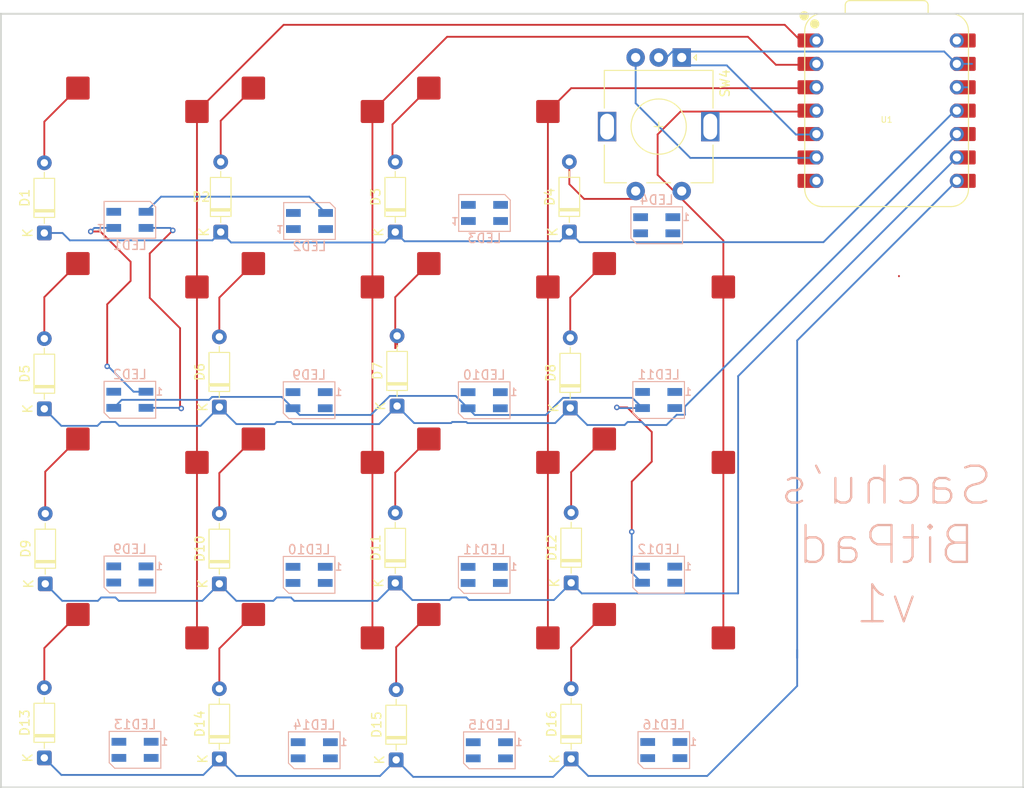
<source format=kicad_pcb>
(kicad_pcb (version 20241229) (generator "pcbnew") (generator_version "9.0")
  (layers (0 "F.Cu" signal) (2 "B.Cu" signal) (13 "F.Paste" user) (15 "B.Paste" user) (5 "F.SilkS" user "F.Silkscreen") (7 "B.SilkS" user "B.Silkscreen") (1 "F.Mask" user) (3 "B.Mask" user) (25 "Edge.Cuts" user))
  (net 0 "")
  (net 1 "+5V")
  (net 2 "Net-(D1-A)")
  (net 3 "GND")
  (net 4 "row1")
  (net 5 "Net-(D2-A)")
  (net 6 "Net-(D3-A)")
  (net 7 "Net-(D4-A)")
  (net 8 "row2")
  (net 9 "Net-(D6-A)")
  (net 10 "Net-(D7-A)")
  (net 11 "Net-(D8-A)")
  (net 12 "Net-(D9-A)")
  (net 13 "row3")
  (net 14 "Net-(D10-A)")
  (net 15 "Net-(D11-A)")
  (net 16 "row4")
  (net 17 "Net-(D13-A)")
  (net 18 "Net-(D14-A)")
  (net 19 "Net-(D15-A)")
  (net 20 "Net-(D5-A)")
  (net 21 "col1")
  (net 22 "col2")
  (net 23 "col3")
  (net 24 "Net-(D12-A)")
  (net 25 "rotaryA")
  (net 26 "rotaryB")
  (net 27 "Net-(D16-A)")
  (net 28 "col4")
  (net 29 "+3.3V")
  (net 30 "led")
  (net 31 "Net-(LED1-DIN)")
  (net 32 "Net-(LED1-DOUT)")
  (net 33 "Net-(LED2-DOUT)")
  (net 34 "Net-(LED5-DIN)")
  (net 35 "Net-(LED6-DIN)")
  (net 36 "Net-(LED7-DIN)")
  (net 37 "Net-(LED13-DOUT)")
  (net 38 "Net-(LED10-DIN)")
  (net 39 "Net-(LED10-DOUT)")
  (net 40 "Net-(LED11-DOUT)")
  (footprint "Diode_THT:D_DO-35_SOD27_P7.62mm_Horizontal" (layer "F.Cu") (at 132.8125 83.7 90)
    (property "Reference" "D3")
    (property "Value" "D")
  )
  (footprint "MX_Hotswap:MX-Hotswap-1U" (layer "F.Cu") (at 142.3 92.2)
    (property "Reference" "SW7")
    (property "Value" "MX_SWITCH")
  )
  (footprint "MX_Hotswap:MX-Hotswap-1U" (layer "F.Cu") (at 161.35 111.25)
    (property "Reference" "SW12")
    (property "Value" "MX_SWITCH")
  )
  (footprint "Diode_THT:D_DO-35_SOD27_P7.62mm_Horizontal" (layer "F.Cu") (at 151.9125 140.9 90)
    (property "Reference" "D16")
    (property "Value" "D")
  )
  (footprint "MX_Hotswap:MX-Hotswap-1U" (layer "F.Cu") (at 104.2 73.15)
    (property "Reference" "SW1")
    (property "Value" "MX_SWITCH")
  )
  (footprint "MX_Hotswap:MX-Hotswap-1U" (layer "F.Cu") (at 161.35 92.2)
    (property "Reference" "SW8")
    (property "Value" "MX_SWITCH")
  )
  (footprint "Diode_THT:D_DO-35_SOD27_P7.62mm_Horizontal" (layer "F.Cu") (at 94.7125 83.8 90)
    (property "Reference" "D1")
    (property "Value" "D")
  )
  (footprint "Diode_THT:D_DO-35_SOD27_P7.62mm_Horizontal" (layer "F.Cu") (at 113.7125 102.7 90)
    (property "Reference" "D6")
    (property "Value" "D")
  )
  (footprint "MX_Hotswap:MX-Hotswap-1U" (layer "F.Cu") (at 123.25 73.15)
    (property "Reference" "SW2")
    (property "Value" "MX_SWITCH")
  )
  (footprint "OPL:XIAO-RP2040-DIP" (layer "F.Cu") (at 186.16 70.52)
    (property "Reference" "U1")
    (property "Value" "XIAO-RP2040-DIP")
  )
  (footprint "MX_Hotswap:MX-Hotswap-1U" (layer "F.Cu") (at 123.25 111.25)
    (property "Reference" "SW10")
    (property "Value" "MX_SWITCH")
  )
  (footprint "MX_Hotswap:MX-Hotswap-1U" (layer "F.Cu") (at 123.25 92.2)
    (property "Reference" "SW6")
    (property "Value" "MX_SWITCH")
  )
  (footprint "Diode_THT:D_DO-35_SOD27_P7.62mm_Horizontal" (layer "F.Cu") (at 132.9125 141 90)
    (property "Reference" "D15")
    (property "Value" "D")
  )
  (footprint "Diode_THT:D_DO-35_SOD27_P7.62mm_Horizontal" (layer "F.Cu") (at 113.8625 83.7 90)
    (property "Reference" "D2")
    (property "Value" "D")
  )
  (footprint "MX_Hotswap:MX-Hotswap-1U" (layer "F.Cu") (at 123.25 130.3)
    (property "Reference" "SW14")
    (property "Value" "MX_SWITCH")
  )
  (footprint "MX_Hotswap:MX-Hotswap-1U" (layer "F.Cu") (at 142.3 130.3)
    (property "Reference" "SW15")
    (property "Value" "MX_SWITCH")
  )
  (footprint "Diode_THT:D_DO-35_SOD27_P7.62mm_Horizontal" (layer "F.Cu") (at 151.9125 121.78 90)
    (property "Reference" "D12")
    (property "Value" "D")
  )
  (footprint "Rotary_Encoder:RotaryEncoder_Alps_EC11E-Switch_Vertical_H20mm" (layer "F.Cu") (at 163.9125 64.75 -90)
    (property "Reference" "SW4")
    (property "Value" "RotaryEncoder_Switch")
  )
  (footprint "Diode_THT:D_DO-35_SOD27_P7.62mm_Horizontal" (layer "F.Cu") (at 94.7125 140.79 90)
    (property "Reference" "D13")
    (property "Value" "D")
  )
  (footprint "Diode_THT:D_DO-35_SOD27_P7.62mm_Horizontal" (layer "F.Cu") (at 94.8125 121.89 90)
    (property "Reference" "D9")
    (property "Value" "D")
  )
  (footprint "Diode_THT:D_DO-35_SOD27_P7.62mm_Horizontal" (layer "F.Cu") (at 113.7125 121.89 90)
    (property "Reference" "D10")
    (property "Value" "D")
  )
  (footprint "Diode_THT:D_DO-35_SOD27_P7.62mm_Horizontal" (layer "F.Cu") (at 132.8125 121.8 90)
    (property "Reference" "D11")
    (property "Value" "D")
  )
  (footprint "MX_Hotswap:MX-Hotswap-1U" (layer "F.Cu") (at 142.3 73.15)
    (property "Reference" "SW3")
    (property "Value" "MX_SWITCH")
  )
  (footprint "MX_Hotswap:MX-Hotswap-1U" (layer "F.Cu") (at 142.3 111.25)
    (property "Reference" "SW11")
    (property "Value" "MX_SWITCH")
  )
  (footprint "Diode_THT:D_DO-35_SOD27_P7.62mm_Horizontal" (layer "F.Cu") (at 94.7125 102.89 90)
    (property "Reference" "D5")
    (property "Value" "D")
  )
  (footprint "Diode_THT:D_DO-35_SOD27_P7.62mm_Horizontal" (layer "F.Cu") (at 113.7125 140.9 90)
    (property "Reference" "D14")
    (property "Value" "D")
  )
  (footprint "Diode_THT:D_DO-35_SOD27_P7.62mm_Horizontal" (layer "F.Cu") (at 151.8125 102.8 90)
    (property "Reference" "D8")
    (property "Value" "D")
  )
  (footprint "Diode_THT:D_DO-35_SOD27_P7.62mm_Horizontal" (layer "F.Cu") (at 151.7125 83.69 90)
    (property "Reference" "D4")
    (property "Value" "D")
  )
  (footprint "MX_Hotswap:MX-Hotswap-1U" (layer "F.Cu") (at 104.2 130.3)
    (property "Reference" "SW13")
    (property "Value" "MX_SWITCH")
  )
  (footprint "MX_Hotswap:MX-Hotswap-1U" (layer "F.Cu") (at 104.2 111.25)
    (property "Reference" "SW9")
    (property "Value" "MX_SWITCH")
  )
  (footprint "Diode_THT:D_DO-35_SOD27_P7.62mm_Horizontal" (layer "F.Cu") (at 133.0125 102.59 90)
    (property "Reference" "D7")
    (property "Value" "D")
  )
  (footprint "MX_Hotswap:MX-Hotswap-1U" (layer "F.Cu") (at 161.35 130.3)
    (property "Reference" "SW16")
    (property "Value" "MX_SWITCH")
  )
  (footprint "MX_Hotswap:MX-Hotswap-1U" (layer "F.Cu") (at 104.2 92.2)
    (property "Reference" "SW5")
    (property "Value" "MX_SWITCH")
  )
  (footprint "LED_SMD:LED_SK6812MINI_PLCC4_3.5x3.5mm_P1.75mm" (layer "B.Cu") (at 161.2 82.96 180)
    (property "Reference" "LED4")
    (property "Value" "SK6812MINI")
  )
  (footprint "LED_SMD:LED_SK6812MINI_PLCC4_3.5x3.5mm_P1.75mm" (layer "B.Cu") (at 161.41 101.935 180)
    (property "Reference" "LED11")
    (property "Value" "SK6812MINI")
  )
  (footprint "LED_SMD:LED_SK6812MINI_PLCC4_3.5x3.5mm_P1.75mm" (layer "B.Cu") (at 104 120.875 180)
    (property "Reference" "LED9")
    (property "Value" "SK6812MINI")
  )
  (footprint "LED_SMD:LED_SK6812MINI_PLCC4_3.5x3.5mm_P1.75mm" (layer "B.Cu") (at 161.41 120.9 180)
    (property "Reference" "LED12")
    (property "Value" "SK6812MINI")
  )
  (footprint "LED_SMD:LED_SK6812MINI_PLCC4_3.5x3.5mm_P1.75mm" (layer "B.Cu") (at 142.5 81.625)
    (property "Reference" "LED3")
    (property "Value" "SK6812MINI")
  )
  (footprint "LED_SMD:LED_SK6812MINI_PLCC4_3.5x3.5mm_P1.75mm" (layer "B.Cu") (at 142.47 120.925 180)
    (property "Reference" "LED11")
    (property "Value" "SK6812MINI")
  )
  (footprint "LED_SMD:LED_SK6812MINI_PLCC4_3.5x3.5mm_P1.75mm" (layer "B.Cu") (at 143.03 139.965 180)
    (property "Reference" "LED15")
    (property "Value" "SK6812MINI")
  )
  (footprint "LED_SMD:LED_SK6812MINI_PLCC4_3.5x3.5mm_P1.75mm" (layer "B.Cu") (at 123.46 101.955 180)
    (property "Reference" "LED9")
    (property "Value" "SK6812MINI")
  )
  (footprint "LED_SMD:LED_SK6812MINI_PLCC4_3.5x3.5mm_P1.75mm" (layer "B.Cu") (at 104.56 139.915 180)
    (property "Reference" "LED13")
    (property "Value" "SK6812MINI")
  )
  (footprint "LED_SMD:LED_SK6812MINI_PLCC4_3.5x3.5mm_P1.75mm" (layer "B.Cu") (at 104 101.91 180)
    (property "Reference" "LED2")
    (property "Value" "SK6812MINI")
  )
  (footprint "LED_SMD:LED_SK6812MINI_PLCC4_3.5x3.5mm_P1.75mm" (layer "B.Cu") (at 104 82.375)
    (property "Reference" "LED1")
    (property "Value" "SK6812MINI")
  )
  (footprint "LED_SMD:LED_SK6812MINI_PLCC4_3.5x3.5mm_P1.75mm" (layer "B.Cu") (at 142.47 101.96 180)
    (property "Reference" "LED10")
    (property "Value" "SK6812MINI")
  )
  (footprint "LED_SMD:LED_SK6812MINI_PLCC4_3.5x3.5mm_P1.75mm" (layer "B.Cu") (at 123.5 82.5)
    (property "Reference" "LED2")
    (property "Value" "SK6812MINI")
  )
  (footprint "LED_SMD:LED_SK6812MINI_PLCC4_3.5x3.5mm_P1.75mm" (layer "B.Cu") (at 124.02 139.96 180)
    (property "Reference" "LED14")
    (property "Value" "SK6812MINI")
  )
  (footprint "LED_SMD:LED_SK6812MINI_PLCC4_3.5x3.5mm_P1.75mm" (layer "B.Cu") (at 123.46 120.92 180)
    (property "Reference" "LED10")
    (property "Value" "SK6812MINI")
  )
  (footprint "LED_SMD:LED_SK6812MINI_PLCC4_3.5x3.5mm_P1.75mm" (layer "B.Cu") (at 161.97 139.94 180)
    (property "Reference" "LED16")
    (property "Value" "SK6812MINI")
  )
  (gr_rect (start 90 60) (end 201 144) (stroke (width 0.2)) (fill no) (layer "Edge.Cuts"))
  (gr_text "Sachu's\nBitPad\nv1" (at 186.12 126.45 -0) (layer "B.SilkS") (effects (font (size 4 4) (thickness 0.25)) (justify bottom mirror)))
  (segment (start 98.358 68.07) (end 94.7125 71.7155) (width 0.2) (layer "F.Cu") (net 2))
  (segment (start 94.7125 71.7155) (end 94.7125 76.18) (width 0.2) (layer "F.Cu") (net 2))
  (segment (start 104.08252 89.001291) (end 101.54 91.543811) (width 0.2) (layer "F.Cu") (net 3))
  (segment (start 101.54 91.543811) (end 101.54 98.28) (width 0.2) (layer "F.Cu") (net 3))
  (segment (start 100.797709 83.64) (end 104.08252 86.924811) (width 0.2) (layer "F.Cu") (net 3))
  (segment (start 104.08252 86.924811) (end 104.08252 89.001291) (width 0.2) (layer "F.Cu") (net 3))
  (segment (start 99.75 83.64) (end 100.797709 83.64) (width 0.2) (layer "F.Cu") (net 3))
  (via (at 99.75 83.64) (size 0.6) (drill 0.3) (layers "F.Cu" "B.Cu") (net 3))
  (via (at 101.54 98.28) (size 0.6) (drill 0.3) (layers "F.Cu" "B.Cu") (net 3))
  (segment (start 104.405 101.035) (end 105.75 101.035) (width 0.2) (layer "B.Cu") (net 3))
  (segment (start 193.78 65.44) (end 195.44 65.44) (width 0.2) (layer "B.Cu") (net 3))
  (segment (start 162.9125 64.1) (end 161.4125 65.6) (width 0.2) (layer "B.Cu") (net 3))
  (segment (start 101.65 98.28) (end 104.405 101.035) (width 0.2) (layer "B.Cu") (net 3))
  (segment (start 101.54 98.28) (end 101.65 98.28) (width 0.2) (layer "B.Cu") (net 3))
  (segment (start 192.4115 64.1) (end 162.9125 64.1) (width 0.2) (layer "B.Cu") (net 3))
  (segment (start 100.14 83.25) (end 99.75 83.64) (width 0.2) (layer "B.Cu") (net 3))
  (segment (start 193.8 65.4885) (end 192.4115 64.1) (width 0.2) (layer "B.Cu") (net 3))
  (segment (start 102.25 83.25) (end 100.14 83.25) (width 0.2) (layer "B.Cu") (net 3))
  (segment (start 97.48 84.6) (end 112.9625 84.6) (width 0.2) (layer "B.Cu") (net 4))
  (segment (start 113.8625 83.7) (end 114.9925 84.83) (width 0.2) (layer "B.Cu") (net 4))
  (segment (start 94.7125 83.8) (end 96.68 83.8) (width 0.2) (layer "B.Cu") (net 4))
  (segment (start 131.6825 84.83) (end 132.8125 83.7) (width 0.2) (layer "B.Cu") (net 4))
  (segment (start 96.68 83.8) (end 97.48 84.6) (width 0.2) (layer "B.Cu") (net 4))
  (segment (start 114.9925 84.83) (end 131.6825 84.83) (width 0.2) (layer "B.Cu") (net 4))
  (segment (start 132.8125 83.7) (end 133.8125 84.7) (width 0.2) (layer "B.Cu") (net 4))
  (segment (start 152.8225 84.8) (end 179.3 84.8) (width 0.2) (layer "B.Cu") (net 4))
  (segment (start 179.3 84.8) (end 193.48 70.62) (width 0.2) (layer "B.Cu") (net 4))
  (segment (start 151.7125 83.69) (end 152.8225 84.8) (width 0.2) (layer "B.Cu") (net 4))
  (segment (start 193.48 70.62) (end 193.8 70.62) (width 0.2) (layer "B.Cu") (net 4))
  (segment (start 150.7025 84.7) (end 151.7125 83.69) (width 0.2) (layer "B.Cu") (net 4))
  (segment (start 112.9625 84.6) (end 113.8625 83.7) (width 0.2) (layer "B.Cu") (net 4))
  (segment (start 133.8125 84.7) (end 150.7025 84.7) (width 0.2) (layer "B.Cu") (net 4))
  (segment (start 113.8625 71.6155) (end 113.8625 76.08) (width 0.2) (layer "F.Cu") (net 5))
  (segment (start 117.408 68.07) (end 113.8625 71.6155) (width 0.2) (layer "F.Cu") (net 5))
  (segment (start 132.8125 76.22) (end 132.8625 76.17) (width 0.2) (layer "F.Cu") (net 6))
  (segment (start 132.8125 76.2) (end 132.5125 76.5) (width 0.2) (layer "F.Cu") (net 6))
  (segment (start 132.5125 76.5) (end 132.5125 72.0155) (width 0.2) (layer "F.Cu") (net 6))
  (segment (start 132.8125 76.08) (end 132.8125 76.2) (width 0.2) (layer "F.Cu") (net 6))
  (segment (start 132.5125 72.0155) (end 136.458 68.07) (width 0.2) (layer "F.Cu") (net 6))
  (segment (start 151.7825 76.17) (end 151.8125 76.2) (width 0.2) (layer "F.Cu") (net 7))
  (segment (start 153.3125 80.1) (end 158.9125 80.1) (width 0.2) (layer "F.Cu") (net 7))
  (segment (start 151.7125 76.07) (end 151.7125 78.5) (width 0.2) (layer "F.Cu") (net 7))
  (segment (start 151.7125 78.5) (end 153.3125 80.1) (width 0.2) (layer "F.Cu") (net 7))
  (segment (start 159.907709 104.65) (end 162.2585 104.65) (width 0.2) (layer "B.Cu") (net 8))
  (segment (start 164.261 103.536) (end 164.261 102.6475) (width 0.2) (layer "B.Cu") (net 8))
  (segment (start 138.872291 104.44) (end 138.993291 104.319) (width 0.2) (layer "B.Cu") (net 8))
  (segment (start 153.6625 104.65) (end 157.712291 104.65) (width 0.2) (layer "B.Cu") (net 8))
  (segment (start 157.712291 104.65) (end 158.043291 104.319) (width 0.2) (layer "B.Cu") (net 8))
  (segment (start 159.576709 104.319) (end 159.907709 104.65) (width 0.2) (layer "B.Cu") (net 8))
  (segment (start 158.043291 104.319) (end 159.576709 104.319) (width 0.2) (layer "B.Cu") (net 8))
  (segment (start 164.261 102.6475) (end 193.8 73.1085) (width 0.2) (layer "B.Cu") (net 8))
  (segment (start 100.893291 104.319) (end 102.426709 104.319) (width 0.2) (layer "B.Cu") (net 8))
  (segment (start 96.5625 104.74) (end 100.472291 104.74) (width 0.2) (layer "B.Cu") (net 8))
  (segment (start 193.8 73.1085) (end 193.8 73.16) (width 0.2) (layer "B.Cu") (net 8))
  (segment (start 121.707709 104.55) (end 131.0525 104.55) (width 0.2) (layer "B.Cu") (net 8))
  (segment (start 138.993291 104.319) (end 140.526709 104.319) (width 0.2) (layer "B.Cu") (net 8))
  (segment (start 111.6725 104.74) (end 113.7125 102.7) (width 0.2) (layer "B.Cu") (net 8))
  (segment (start 115.5625 104.55) (end 119.712291 104.55) (width 0.2) (layer "B.Cu") (net 8))
  (segment (start 140.647709 104.44) (end 150.1725 104.44) (width 0.2) (layer "B.Cu") (net 8))
  (segment (start 94.7125 102.89) (end 96.5625 104.74) (width 0.2) (layer "B.Cu") (net 8))
  (segment (start 151.8125 102.8) (end 153.6625 104.65) (width 0.2) (layer "B.Cu") (net 8))
  (segment (start 119.943291 104.319) (end 121.476709 104.319) (width 0.2) (layer "B.Cu") (net 8))
  (segment (start 150.1725 104.44) (end 151.8125 102.8) (width 0.2) (layer "B.Cu") (net 8))
  (segment (start 131.0525 104.55) (end 133.0125 102.59) (width 0.2) (layer "B.Cu") (net 8))
  (segment (start 133.0125 102.59) (end 134.8625 104.44) (width 0.2) (layer "B.Cu") (net 8))
  (segment (start 113.7125 102.7) (end 115.5625 104.55) (width 0.2) (layer "B.Cu") (net 8))
  (segment (start 102.426709 104.319) (end 102.847709 104.74) (width 0.2) (layer "B.Cu") (net 8))
  (segment (start 121.476709 104.319) (end 121.707709 104.55) (width 0.2) (layer "B.Cu") (net 8))
  (segment (start 102.847709 104.74) (end 111.6725 104.74) (width 0.2) (layer "B.Cu") (net 8))
  (segment (start 140.526709 104.319) (end 140.647709 104.44) (width 0.2) (layer "B.Cu") (net 8))
  (segment (start 119.712291 104.55) (end 119.943291 104.319) (width 0.2) (layer "B.Cu") (net 8))
  (segment (start 162.2585 104.65) (end 163.3725 103.536) (width 0.2) (layer "B.Cu") (net 8))
  (segment (start 163.3725 103.536) (end 164.261 103.536) (width 0.2) (layer "B.Cu") (net 8))
  (segment (start 134.8625 104.44) (end 138.872291 104.44) (width 0.2) (layer "B.Cu") (net 8))
  (segment (start 100.472291 104.74) (end 100.893291 104.319) (width 0.2) (layer "B.Cu") (net 8))
  (segment (start 113.7125 90.8155) (end 113.7125 95.08) (width 0.2) (layer "F.Cu") (net 9))
  (segment (start 117.408 87.12) (end 113.7125 90.8155) (width 0.2) (layer "F.Cu") (net 9))
  (segment (start 132.8125 96.3) (end 133.0125 96.1) (width 0.2) (layer "F.Cu") (net 10))
  (segment (start 133.0125 96.1) (end 133.0125 94.97) (width 0.2) (layer "F.Cu") (net 10))
  (segment (start 132.8125 90.7655) (end 132.8125 96.3) (width 0.2) (layer "F.Cu") (net 10))
  (segment (start 136.458 87.12) (end 132.8125 90.7655) (width 0.2) (layer "F.Cu") (net 10))
  (segment (start 151.8125 90.8155) (end 151.8125 95.18) (width 0.2) (layer "F.Cu") (net 11))
  (segment (start 155.508 87.12) (end 151.8125 90.8155) (width 0.2) (layer "F.Cu") (net 11))
  (segment (start 94.8125 109.7155) (end 98.358 106.17) (width 0.2) (layer "F.Cu") (net 12))
  (segment (start 94.8125 114.27) (end 94.8125 109.7155) (width 0.2) (layer "F.Cu") (net 12))
  (segment (start 140.526709 123.369) (end 140.807709 123.65) (width 0.2) (layer "B.Cu") (net 13))
  (segment (start 138.993291 123.369) (end 140.526709 123.369) (width 0.2) (layer "B.Cu") (net 13))
  (segment (start 100.893291 123.369) (end 102.426709 123.369) (width 0.2) (layer "B.Cu") (net 13))
  (segment (start 96.6625 123.74) (end 100.522291 123.74) (width 0.2) (layer "B.Cu") (net 13))
  (segment (start 111.8625 123.74) (end 113.7125 121.89) (width 0.2) (layer "B.Cu") (net 13))
  (segment (start 102.426709 123.369) (end 102.797709 123.74) (width 0.2) (layer "B.Cu") (net 13))
  (segment (start 121.476709 123.369) (end 121.847709 123.74) (width 0.2) (layer "B.Cu") (net 13))
  (segment (start 102.797709 123.74) (end 111.8625 123.74) (width 0.2) (layer "B.Cu") (net 13))
  (segment (start 151.9125 121.78) (end 153.0625 122.93) (width 0.2) (layer "B.Cu") (net 13))
  (segment (start 132.8125 121.8) (end 134.6625 123.65) (width 0.2) (layer "B.Cu") (net 13))
  (segment (start 150.0425 123.65) (end 151.9125 121.78) (width 0.2) (layer "B.Cu") (net 13))
  (segment (start 119.572291 123.74) (end 119.943291 123.369) (width 0.2) (layer "B.Cu") (net 13))
  (segment (start 119.943291 123.369) (end 121.476709 123.369) (width 0.2) (layer "B.Cu") (net 13))
  (segment (start 115.5625 123.74) (end 119.572291 123.74) (width 0.2) (layer "B.Cu") (net 13))
  (segment (start 170.04 99.34) (end 193.78 75.6) (width 0.2) (layer "B.Cu") (net 13))
  (segment (start 138.712291 123.65) (end 138.993291 123.369) (width 0.2) (layer "B.Cu") (net 13))
  (segment (start 100.522291 123.74) (end 100.893291 123.369) (width 0.2) (layer "B.Cu") (net 13))
  (segment (start 113.7125 121.89) (end 115.5625 123.74) (width 0.2) (layer "B.Cu") (net 13))
  (segment (start 121.847709 123.74) (end 130.8725 123.74) (width 0.2) (layer "B.Cu") (net 13))
  (segment (start 140.807709 123.65) (end 150.0425 123.65) (width 0.2) (layer "B.Cu") (net 13))
  (segment (start 134.6625 123.65) (end 138.712291 123.65) (width 0.2) (layer "B.Cu") (net 13))
  (segment (start 130.8725 123.74) (end 132.8125 121.8) (width 0.2) (layer "B.Cu") (net 13))
  (segment (start 153.0625 122.93) (end 170.04 122.93) (width 0.2) (layer "B.Cu") (net 13))
  (segment (start 170.04 122.93) (end 170.04 99.34) (width 0.2) (layer "B.Cu") (net 13))
  (segment (start 94.8125 121.89) (end 96.6625 123.74) (width 0.2) (layer "B.Cu") (net 13))
  (segment (start 193.6015 75.6485) (end 193.8 75.6485) (width 0.2) (layer "B.Cu") (net 13))
  (segment (start 113.7125 109.8655) (end 117.408 106.17) (width 0.2) (layer "F.Cu") (net 14))
  (segment (start 113.7125 114.27) (end 113.7125 109.8655) (width 0.2) (layer "F.Cu") (net 14))
  (segment (start 132.8125 109.8155) (end 136.458 106.17) (width 0.2) (layer "F.Cu") (net 15))
  (segment (start 132.8125 114.18) (end 132.8125 109.8155) (width 0.2) (layer "F.Cu") (net 15))
  (segment (start 176.45 132.98) (end 166.68 142.75) (width 0.2) (layer "B.Cu") (net 16))
  (segment (start 134.7625 142.85) (end 149.9625 142.85) (width 0.2) (layer "B.Cu") (net 16))
  (segment (start 132.9125 141) (end 134.7625 142.85) (width 0.2) (layer "B.Cu") (net 16))
  (segment (start 131.1625 142.75) (end 132.9125 141) (width 0.2) (layer "B.Cu") (net 16))
  (segment (start 113.7125 140.9) (end 115.5625 142.75) (width 0.2) (layer "B.Cu") (net 16))
  (segment (start 94.7125 140.79) (end 96.5625 142.64) (width 0.2) (layer "B.Cu") (net 16))
  (segment (start 176.45 129.04) (end 176.45 132.98) (width 0.2) (layer "B.Cu") (net 16))
  (segment (start 96.5625 142.64) (end 111.9725 142.64) (width 0.2) (layer "B.Cu") (net 16))
  (segment (start 111.9725 142.64) (end 113.7125 140.9) (width 0.2) (layer "B.Cu") (net 16))
  (segment (start 166.68 142.75) (end 153.7625 142.75) (width 0.2) (layer "B.Cu") (net 16))
  (segment (start 149.9625 142.85) (end 151.9125 140.9) (width 0.2) (layer "B.Cu") (net 16))
  (segment (start 153.7625 142.75) (end 151.9125 140.9) (width 0.2) (layer "B.Cu") (net 16))
  (segment (start 193.78 78.14) (end 176.45 95.47) (width 0.2) (layer "B.Cu") (net 16))
  (segment (start 115.5625 142.75) (end 131.1625 142.75) (width 0.2) (layer "B.Cu") (net 16))
  (segment (start 176.45 95.47) (end 176.45 129.94) (width 0.2) (layer "B.Cu") (net 16))
  (segment (start 94.7125 128.8655) (end 98.358 125.22) (width 0.2) (layer "F.Cu") (net 17))
  (segment (start 94.7125 133.17) (end 94.7125 128.8655) (width 0.2) (layer "F.Cu") (net 17))
  (segment (start 113.7125 128.9155) (end 117.408 125.22) (width 0.2) (layer "F.Cu") (net 18))
  (segment (start 113.7125 133.28) (end 113.7125 128.9155) (width 0.2) (layer "F.Cu") (net 18))
  (segment (start 132.9125 128.7655) (end 136.458 125.22) (width 0.2) (layer "F.Cu") (net 19))
  (segment (start 132.9125 133.38) (end 132.9125 128.7655) (width 0.2) (layer "F.Cu") (net 19))
  (segment (start 94.7125 95.27) (end 94.7125 90.7655) (width 0.2) (layer "F.Cu") (net 20))
  (segment (start 94.7125 90.7655) (end 98.358 87.12) (width 0.2) (layer "F.Cu") (net 20))
  (segment (start 111.285 70.61) (end 111.285 89.66) (width 0.2) (layer "F.Cu") (net 21))
  (segment (start 111.285 70.61) (end 120.695 61.2) (width 0.2) (layer "F.Cu") (net 21))
  (segment (start 111.285 89.66) (end 111.285 108.71) (width 0.2) (layer "F.Cu") (net 21))
  (segment (start 120.695 61.2) (end 175.1 61.2) (width 0.2) (layer "F.Cu") (net 21))
  (segment (start 176.9 63) (end 177.725 63) (width 0.2) (layer "F.Cu") (net 21))
  (segment (start 175.1 61.2) (end 176.9 63) (width 0.2) (layer "F.Cu") (net 21))
  (segment (start 111.285 108.71) (end 111.285 127.76) (width 0.2) (layer "F.Cu") (net 21))
  (segment (start 174.14 65.54) (end 177.725 65.54) (width 0.2) (layer "F.Cu") (net 22))
  (segment (start 130.335 108.71) (end 130.335 127.76) (width 0.2) (layer "F.Cu") (net 22))
  (segment (start 138.445 62.5) (end 171.1 62.5) (width 0.2) (layer "F.Cu") (net 22))
  (segment (start 130.335 89.66) (end 130.335 108.71) (width 0.2) (layer "F.Cu") (net 22))
  (segment (start 130.335 70.61) (end 138.445 62.5) (width 0.2) (layer "F.Cu") (net 22))
  (segment (start 171.1 62.5) (end 174.14 65.54) (width 0.2) (layer "F.Cu") (net 22))
  (segment (start 130.335 70.61) (end 130.335 89.66) (width 0.2) (layer "F.Cu") (net 22))
  (segment (start 149.385 127.76) (end 149.385 108.71) (width 0.2) (layer "F.Cu") (net 23))
  (segment (start 149.385 70.61) (end 151.915 68.08) (width 0.2) (layer "F.Cu") (net 23))
  (segment (start 149.385 89.66) (end 149.385 108.71) (width 0.2) (layer "F.Cu") (net 23))
  (segment (start 151.915 68.08) (end 177.725 68.08) (width 0.2) (layer "F.Cu") (net 23))
  (segment (start 149.385 70.61) (end 149.385 89.66) (width 0.2) (layer "F.Cu") (net 23))
  (segment (start 151.9125 109.7655) (end 155.508 106.17) (width 0.2) (layer "F.Cu") (net 24))
  (segment (start 151.9125 114.16) (end 151.9125 109.7655) (width 0.2) (layer "F.Cu") (net 24))
  (segment (start 163.9125 65.6) (end 168.8 65.6) (width 0.2) (layer "B.Cu") (net 25))
  (segment (start 176.3085 73.1085) (end 178.56 73.1085) (width 0.2) (layer "B.Cu") (net 25))
  (segment (start 168.8 65.6) (end 176.3085 73.1085) (width 0.2) (layer "B.Cu") (net 25))
  (segment (start 158.9125 69.7125) (end 164.8485 75.6485) (width 0.2) (layer "B.Cu") (net 26))
  (segment (start 158.9125 65.6) (end 158.9125 69.7125) (width 0.2) (layer "B.Cu") (net 26))
  (segment (start 164.8485 75.6485) (end 178.56 75.6485) (width 0.2) (layer "B.Cu") (net 26))
  (segment (start 151.9125 133.28) (end 151.9125 128.8155) (width 0.2) (layer "F.Cu") (net 27))
  (segment (start 151.9125 128.8155) (end 155.508 125.22) (width 0.2) (layer "F.Cu") (net 27))
  (segment (start 168.435 108.71) (end 168.435 89.66) (width 0.2) (layer "F.Cu") (net 28))
  (segment (start 163.78 70.62) (end 177.725 70.62) (width 0.2) (layer "F.Cu") (net 28))
  (segment (start 161.3 77.4875) (end 161.3 73.1) (width 0.2) (layer "F.Cu") (net 28))
  (segment (start 168.435 84.6225) (end 163.9125 80.1) (width 0.2) (layer "F.Cu") (net 28))
  (segment (start 168.435 127.76) (end 168.435 108.71) (width 0.2) (layer "F.Cu") (net 28))
  (segment (start 161.3 73.1) (end 163.78 70.62) (width 0.2) (layer "F.Cu") (net 28))
  (segment (start 163.9125 80.1) (end 161.3 77.4875) (width 0.2) (layer "F.Cu") (net 28))
  (segment (start 168.435 89.66) (end 168.435 84.6225) (width 0.2) (layer "F.Cu") (net 28))
  (segment (start 160.661 108.622811) (end 158.49 110.793811) (width 0.2) (layer "F.Cu") (net 29))
  (segment (start 156.87 102.74) (end 157.997709 102.74) (width 0.2) (layer "F.Cu") (net 29))
  (segment (start 158.49 110.793811) (end 158.49 116.24) (width 0.2) (layer "F.Cu") (net 29))
  (segment (start 160.661 105.403291) (end 160.661 108.622811) (width 0.2) (layer "F.Cu") (net 29))
  (segment (start 157.997709 102.74) (end 160.661 105.403291) (width 0.2) (layer "F.Cu") (net 29))
  (via (at 158.49 116.24) (size 0.6) (drill 0.3) (layers "F.Cu" "B.Cu") (net 29))
  (via (at 156.87 102.74) (size 0.6) (drill 0.3) (layers "F.Cu" "B.Cu") (net 29))
  (segment (start 132.22734 101.489) (end 139.374 101.489) (width 0.2) (layer "B.Cu") (net 29))
  (segment (start 103.12016 101.91484) (end 112.6115 101.91484) (width 0.2) (layer "B.Cu") (net 29))
  (segment (start 105.75 81.5) (end 107.39 79.86) (width 0.2) (layer "B.Cu") (net 29))
  (segment (start 158.49 116.24) (end 158.49 120.682) (width 0.2) (layer "B.Cu") (net 29))
  (segment (start 194.98 67.98) (end 193.78 67.98) (width 0.2) (layer "B.Cu") (net 29))
  (segment (start 120.479 101.599) (end 121.71 102.83) (width 0.2) (layer "B.Cu") (net 29))
  (segment (start 122.436 103.556) (end 130.16034 103.556) (width 0.2) (layer "B.Cu") (net 29))
  (segment (start 151.02734 101.699) (end 158.549 101.699) (width 0.2) (layer "B.Cu") (net 29))
  (segment (start 149.16534 103.561) (end 151.02734 101.699) (width 0.2) (layer "B.Cu") (net 29))
  (segment (start 112.92734 101.599) (end 120.479 101.599) (width 0.2) (layer "B.Cu") (net 29))
  (segment (start 159.66 102.81) (end 156.94 102.81) (width 0.2) (layer "B.Cu") (net 29))
  (segment (start 141.446 103.561) (end 149.16534 103.561) (width 0.2) (layer "B.Cu") (net 29))
  (segment (start 156.94 102.81) (end 156.87 102.74) (width 0.2) (layer "B.Cu") (net 29))
  (segment (start 130.16034 103.556) (end 132.22734 101.489) (width 0.2) (layer "B.Cu") (net 29))
  (segment (start 139.374 101.489) (end 140.72 102.835) (width 0.2) (layer "B.Cu") (net 29))
  (segment (start 112.6115 101.91484) (end 112.92734 101.599) (width 0.2) (layer "B.Cu") (net 29))
  (segment (start 158.549 101.699) (end 159.66 102.81) (width 0.2) (layer "B.Cu") (net 29))
  (segment (start 102.25 102.785) (end 103.12016 101.91484) (width 0.2) (layer "B.Cu") (net 29))
  (segment (start 158.49 120.682) (end 159.583 121.775) (width 0.2) (layer "B.Cu") (net 29))
  (segment (start 159.583 121.775) (end 159.66 121.775) (width 0.2) (layer "B.Cu") (net 29))
  (segment (start 107.39 79.86) (end 123.485 79.86) (width 0.2) (layer "B.Cu") (net 29))
  (segment (start 123.485 79.86) (end 125.25 81.625) (width 0.2) (layer "B.Cu") (net 29))
  (segment (start 140.72 102.835) (end 141.446 103.561) (width 0.2) (layer "B.Cu") (net 29))
  (segment (start 121.71 102.83) (end 122.436 103.556) (width 0.2) (layer "B.Cu") (net 29))
  (segment (start 177.705 78.14) (end 177.705 78.6725) (width 0.2) (layer "F.Cu") (net 30))
  (segment (start 187.5 88.4675) (end 187.5 88.5) (width 0.2) (layer "F.Cu") (net 30))
  (segment (start 109.45 94.133811) (end 109.45 102.82) (width 0.2) (layer "F.Cu") (net 32))
  (segment (start 109.45 102.82) (end 109.55 102.82) (width 0.2) (layer "F.Cu") (net 32))
  (segment (start 108.66 83.52) (end 106.159 86.021) (width 0.2) (layer "F.Cu") (net 32))
  (segment (start 109.55 102.82) (end 109.58 102.85) (width 0.2) (layer "F.Cu") (net 32))
  (segment (start 106.159 90.842811) (end 109.45 94.133811) (width 0.2) (layer "F.Cu") (net 32))
  (segment (start 106.159 86.021) (end 106.159 90.842811) (width 0.2) (layer "F.Cu") (net 32))
  (via (at 108.66 83.52) (size 0.6) (drill 0.3) (layers "F.Cu" "B.Cu") (net 32))
  (via (at 109.58 102.85) (size 0.6) (drill 0.3) (layers "F.Cu" "B.Cu") (net 32))
  (segment (start 109.515 102.785) (end 109.58 102.85) (width 0.2) (layer "B.Cu") (net 32))
  (segment (start 105.75 102.785) (end 109.515 102.785) (width 0.2) (layer "B.Cu") (net 32))
  (segment (start 105.75 83.25) (end 108.39 83.25) (width 0.2) (layer "B.Cu") (net 32))
  (segment (start 108.39 83.25) (end 108.66 83.52) (width 0.2) (layer "B.Cu") (net 32))
)
</source>
